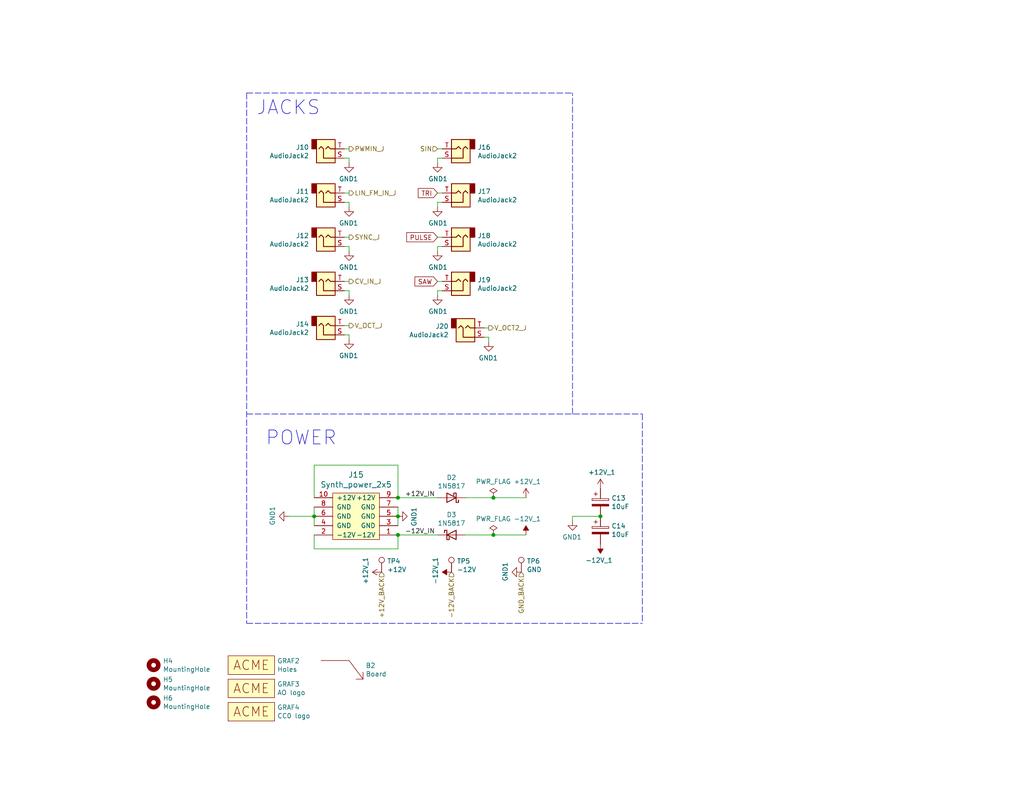
<source format=kicad_sch>
(kicad_sch (version 20211123) (generator eeschema)
  (paper "USLetter")
  (title_block (title "Hero VCO") (date "2021-11-16") (company "Rich Holmes / Analog Output") (comment 1 "or neighboring rights to this work. Published from United States.") (comment 2 "To the extent possible under law, Richard Holmes has waived all copyright and related ") (comment 3 "Partly based on designs by Kassutronics, Thomas Henry, and LMNC"))
  (lib_symbols
    (symbol "Connector:TestPoint" (pin_numbers hide) (pin_names (offset 0.762) hide)
      (property "Reference" "TP" (at 0 6.858 0))
      (property "Value" "TestPoint" (at 0 5.08 0))
      (symbol "TestPoint_0_1"
        (circle (center 0 3.302) (radius 0.762))
      )
      (symbol "TestPoint_1_1"
        (pin passive line (at 0 0 90) (length 2.54) (name "1") (number "1"))
      )
    )
    (symbol "ao_symbols:+12V_1" (power) (pin_names (offset 0))
      (property "Value" "+12V_1" (at 0 3.556 0))
      (symbol "+12V_1_0_1"
        (polyline (pts (xy -0.762 1.27) (xy 0 2.54)))
        (polyline (pts (xy 0 0) (xy 0 2.54)))
        (polyline (pts (xy 0 2.54) (xy 0.762 1.27)))
      )
      (symbol "+12V_1_1_1"
        (pin power_in line (at 0 0 90) (length 0) hide (name "+12V_1") (number "1"))
      )
    )
    (symbol "ao_symbols:-12V_1" (power) (pin_names (offset 0))
      (property "Value" "-12V_1" (at 0 3.81 0))
      (symbol "-12V_1_0_0"
        (pin power_in line (at 0 0 90) (length 0) hide (name "-12V_1") (number "1"))
      )
      (symbol "-12V_1_0_1"
        (polyline (pts (xy 0 0) (xy 0 1.27) (xy 0.762 1.27) (xy 0 2.54) (xy -0.762 1.27) (xy 0 1.27)) (fill (type outline)))
      )
    )
    (symbol "ao_symbols:1N5817" (pin_numbers hide) (pin_names (offset 1.016) hide)
      (property "Reference" "D" (at 0 2.54 0))
      (property "Value" "1N5817" (at 0 -2.54 0))
      (symbol "1N5817_0_1"
        (polyline (pts (xy 1.27 0) (xy -1.27 0)))
        (polyline (pts (xy 1.27 1.27) (xy 1.27 -1.27) (xy -1.27 0) (xy 1.27 1.27)) (stroke (width 0.254)))
        (polyline (pts (xy -1.905 0.635) (xy -1.905 1.27) (xy -1.27 1.27) (xy -1.27 -1.27) (xy -0.635 -1.27) (xy -0.635 -0.635)) (stroke (width 0.254)))
      )
      (symbol "1N5817_1_1"
        (pin passive line (at -3.81 0 0) (length 2.54) (name "K") (number "1"))
        (pin passive line (at 3.81 0 180) (length 2.54) (name "A") (number "2"))
      )
    )
    (symbol "ao_symbols:AudioJack2"
      (property "Reference" "J" (at 0 8.89 0))
      (property "Value" "AudioJack2" (at 0 6.35 0))
      (symbol "AudioJack2_0_1"
        (rectangle (start -3.81 0) (end -2.54 -2.54) (stroke (width 0.254)) (fill (type outline)))
        (rectangle (start -2.54 3.81) (end 2.54 -2.54) (stroke (width 0.254)) (fill (type background)))
        (polyline (pts (xy 0 0) (xy 0.635 -0.635) (xy 1.27 0) (xy 2.54 0)) (stroke (width 0.254)))
        (polyline (pts (xy 2.54 2.54) (xy -0.635 2.54) (xy -0.635 0) (xy -1.27 -0.635) (xy -1.905 0)) (stroke (width 0.254)))
      )
      (symbol "AudioJack2_1_1"
        (pin passive line (at 5.08 2.54 180) (length 2.54) (name "~") (number "S"))
        (pin passive line (at 5.08 0 180) (length 2.54) (name "~") (number "T"))
      )
    )
    (symbol "ao_symbols:Board" (pin_names (offset 1.016))
      (property "Reference" "B" (at 1.27 3.81 0))
      (property "Value" "Board" (at -3.175 3.81 0))
      (symbol "Board_0_1"
        (polyline (pts (xy 5.08 -2.54) (xy 3.175 -2.54)))
        (polyline (pts (xy -6.35 2.54) (xy 1.27 2.54) (xy 5.08 -2.54) (xy 5.08 -0.635)))
      )
    )
    (symbol "ao_symbols:CP" (pin_numbers hide) (pin_names (offset 0.254))
      (property "Reference" "C" (at 0.635 2.54 0))
      (property "Value" "CP" (at 0.635 -2.54 0))
      (symbol "CP_0_1"
        (rectangle (start -2.286 0.508) (end 2.286 1.016))
        (polyline (pts (xy -1.778 2.286) (xy -0.762 2.286)))
        (polyline (pts (xy -1.27 2.794) (xy -1.27 1.778)))
        (rectangle (start 2.286 -0.508) (end -2.286 -1.016) (fill (type outline)))
      )
      (symbol "CP_1_1"
        (pin passive line (at 0 3.81 270) (length 2.794) (name "~") (number "1"))
        (pin passive line (at 0 -3.81 90) (length 2.794) (name "~") (number "2"))
      )
    )
    (symbol "ao_symbols:Graphic" (pin_names (offset 1.016))
      (property "Reference" "GRAF" (at 0 -3.81 0))
      (property "Value" "Graphic" (at 0 3.81 0))
      (symbol "Graphic_0_0"
        (rectangle (start -6.35 2.54) (end 6.35 -2.54) (fill (type background)))
        (text "ACME" (at 0 0 0) (effects (font (size 2.54 2.54))))
      )
    )
    (symbol "ao_symbols:MountingHole" (pin_names (offset 1.016)) (in_bom no)
      (property "Reference" "H" (at 0 5.08 0))
      (property "Value" "MountingHole" (at 0 3.175 0))
      (symbol "MountingHole_0_1"
        (circle (center 0 0) (radius 1.27) (stroke (width 1.27)))
      )
    )
    (symbol "ao_symbols:Synth_power_2x5" (pin_names (offset 1.016))
      (property "Reference" "J" (at 0 -7.62 0))
      (property "Value" "Synth_power_2x5" (at 0 7.62 0))
      (symbol "Synth_power_2x5_0_1"
        (rectangle (start -6.35 6.35) (end 6.35 -6.35) (fill (type background)))
      )
      (symbol "Synth_power_2x5_1_1"
        (pin power_out line (at 11.43 -5.08 180) (length 5.08) (name "-12V") (number "1"))
        (pin passive line (at -11.43 5.08 0) (length 5.08) (name "+12V") (number "10"))
        (pin passive line (at -11.43 -5.08 0) (length 5.08) (name "-12V") (number "2"))
        (pin power_out line (at 11.43 -2.54 180) (length 5.08) (name "GND") (number "3"))
        (pin passive line (at -11.43 -2.54 0) (length 5.08) (name "GND") (number "4"))
        (pin passive line (at 11.43 0 180) (length 5.08) (name "GND") (number "5"))
        (pin passive line (at -11.43 0 0) (length 5.08) (name "GND") (number "6"))
        (pin passive line (at 11.43 2.54 180) (length 5.08) (name "GND") (number "7"))
        (pin passive line (at -11.43 2.54 0) (length 5.08) (name "GND") (number "8"))
        (pin power_out line (at 11.43 5.08 180) (length 5.08) (name "+12V") (number "9"))
      )
    )
    (symbol "power:GND1" (power) (pin_names (offset 0))
      (property "Value" "GND1" (at 0 -3.81 0))
      (symbol "GND1_0_1"
        (polyline (pts (xy 0 0) (xy 0 -1.27) (xy 1.27 -1.27) (xy 0 -2.54) (xy -1.27 -1.27) (xy 0 -1.27)))
      )
      (symbol "GND1_1_1"
        (pin power_in line (at 0 0 270) (length 0) hide (name "GND1") (number "1"))
      )
    )
    (symbol "power:PWR_FLAG" (power) (pin_numbers hide) (pin_names (offset 0) hide)
      (property "Value" "PWR_FLAG" (at 0 3.81 0))
      (symbol "PWR_FLAG_0_0"
        (pin power_out line (at 0 0 90) (length 0) (name "pwr") (number "1"))
      )
      (symbol "PWR_FLAG_0_1"
        (polyline (pts (xy 0 0) (xy 0 1.27) (xy -1.016 1.905) (xy 0 2.54) (xy 1.016 1.905) (xy 0 1.27)))
      )
    )
  )
  (junction (at 108.585 140.97))
  (junction (at 134.62 146.05))
  (junction (at 108.585 146.05))
  (junction (at 163.83 140.97))
  (junction (at 134.62 135.89))
  (junction (at 85.725 140.97))
  (junction (at 108.585 135.89))
  (wire (pts (xy 133.35 89.535) (xy 132.08 89.535)))
  (wire (pts (xy 95.25 52.705) (xy 93.98 52.705)))
  (wire (pts (xy 120.65 43.18) (xy 119.38 43.18)))
  (wire (pts (xy 108.585 135.89) (xy 119.38 135.89)))
  (wire (pts (xy 93.98 43.18) (xy 95.25 43.18)))
  (wire (pts (xy 108.585 146.05) (xy 119.38 146.05)))
  (wire (pts (xy 119.38 79.375) (xy 119.38 80.645)))
  (wire (pts (xy 108.585 140.97) (xy 108.585 143.51)))
  (polyline (pts (xy 156.21 113.03) (xy 156.21 25.4)))
  (wire (pts (xy 95.25 55.245) (xy 95.25 56.515)))
  (wire (pts (xy 108.585 127) (xy 108.585 135.89)))
  (wire (pts (xy 120.65 79.375) (xy 119.38 79.375)))
  (wire (pts (xy 134.62 135.89) (xy 143.51 135.89)))
  (wire (pts (xy 120.65 55.245) (xy 119.38 55.245)))
  (wire (pts (xy 95.25 91.44) (xy 95.25 92.71)))
  (wire (pts (xy 119.38 40.64) (xy 120.65 40.64)))
  (wire (pts (xy 95.25 40.64) (xy 93.98 40.64)))
  (polyline (pts (xy 67.31 25.4) (xy 156.21 25.4)))
  (wire (pts (xy 85.725 140.97) (xy 85.725 143.51)))
  (wire (pts (xy 85.725 149.86) (xy 108.585 149.86)))
  (wire (pts (xy 95.25 76.835) (xy 93.98 76.835)))
  (wire (pts (xy 119.38 55.245) (xy 119.38 56.515)))
  (wire (pts (xy 156.21 140.97) (xy 163.83 140.97)))
  (polyline (pts (xy 67.31 170.18) (xy 175.26 170.18)))
  (wire (pts (xy 95.25 79.375) (xy 95.25 80.645)))
  (wire (pts (xy 93.98 91.44) (xy 95.25 91.44)))
  (wire (pts (xy 95.25 88.9) (xy 93.98 88.9)))
  (wire (pts (xy 78.74 140.97) (xy 85.725 140.97)))
  (wire (pts (xy 127 135.89) (xy 134.62 135.89)))
  (wire (pts (xy 120.65 67.31) (xy 119.38 67.31)))
  (wire (pts (xy 119.38 52.705) (xy 120.65 52.705)))
  (wire (pts (xy 119.38 64.77) (xy 120.65 64.77)))
  (wire (pts (xy 134.62 146.05) (xy 143.51 146.05)))
  (wire (pts (xy 95.25 43.18) (xy 95.25 44.45)))
  (wire (pts (xy 132.08 92.075) (xy 133.35 92.075)))
  (wire (pts (xy 93.98 67.31) (xy 95.25 67.31)))
  (wire (pts (xy 95.25 67.31) (xy 95.25 68.58)))
  (wire (pts (xy 127 146.05) (xy 134.62 146.05)))
  (wire (pts (xy 95.25 64.77) (xy 93.98 64.77)))
  (wire (pts (xy 85.725 127) (xy 108.585 127)))
  (wire (pts (xy 93.98 79.375) (xy 95.25 79.375)))
  (wire (pts (xy 119.38 43.18) (xy 119.38 44.45)))
  (wire (pts (xy 93.98 55.245) (xy 95.25 55.245)))
  (wire (pts (xy 156.21 140.97) (xy 156.21 142.24)))
  (wire (pts (xy 85.725 135.89) (xy 85.725 127)))
  (polyline (pts (xy 67.31 25.4) (xy 67.31 170.18)))
  (wire (pts (xy 108.585 138.43) (xy 108.585 140.97)))
  (polyline (pts (xy 67.31 113.03) (xy 175.26 113.03)))
  (wire (pts (xy 108.585 149.86) (xy 108.585 146.05)))
  (wire (pts (xy 85.725 138.43) (xy 85.725 140.97)))
  (wire (pts (xy 119.38 67.31) (xy 119.38 68.58)))
  (wire (pts (xy 133.35 92.075) (xy 133.35 93.345)))
  (wire (pts (xy 85.725 146.05) (xy 85.725 149.86)))
  (polyline (pts (xy 175.26 113.03) (xy 175.26 170.18)))
  (wire (pts (xy 119.38 76.835) (xy 120.65 76.835)))
  (text "POWER" (at 72.39 121.92 0) (effects (font (size 3.81 3.81)) (justify left bottom)))
  (text "JACKS" (at 69.85 31.75 0) (effects (font (size 3.81 3.81)) (justify left bottom)))
  (label "+12V_IN" (at 110.49 135.89 0))
  (label "-12V_IN" (at 110.49 146.05 0))
  (global_label "TRI" (shape input) (at 119.38 52.705 180) (property "Intersheet References" "${INTERSHEET_REFS}" (effects hide)))
  (global_label "SAW" (shape input) (at 119.38 76.835 180) (property "Intersheet References" "${INTERSHEET_REFS}" (effects hide)))
  (global_label "PULSE" (shape input) (at 119.38 64.77 180) (property "Intersheet References" "${INTERSHEET_REFS}" (effects hide)))
  (hierarchical_label "-12V_BACK" (shape input) (at 123.19 156.21 270))
  (hierarchical_label "V_OCT_J" (shape output) (at 95.25 88.9 0))
  (hierarchical_label "LIN_FM_IN_J" (shape output) (at 95.25 52.705 0))
  (hierarchical_label "SIN" (shape input) (at 119.38 40.64 180))
  (hierarchical_label "GND_BACK" (shape input) (at 142.24 156.21 270))
  (hierarchical_label "PWMIN_J" (shape output) (at 95.25 40.64 0))
  (hierarchical_label "CV_IN_J" (shape output) (at 95.25 76.835 0))
  (hierarchical_label "SYNC_J" (shape output) (at 95.25 64.77 0))
  (hierarchical_label "+12V_BACK" (shape input) (at 104.14 156.21 270))
  (hierarchical_label "V_OCT2_J" (shape output) (at 133.35 89.535 0))
  (symbol (lib_id "ao_symbols:AudioJack2") (at 125.73 40.64 180) (unit 1)
    (property "Reference" "J16" (at 130.302 40.2082 0) (effects (justify right)))
    (property "Value" "AudioJack2" (at 130.302 42.5196 0) (effects (justify right)))
    (property "Footprint" "ao_tht:Jack_6.35mm_PJ_629HAN" (effects hide))
    (property "Vendor" "Tayda" (effects hide))
    (property "SKU" "A-1121" (effects hide))
  )
  (symbol (lib_id "power:GND1") (at 119.38 44.45 0) (unit 1)
    (property "Reference" "#PWR051" (effects hide))
    (property "Value" "GND1" (at 119.507 48.8442 0))
  )
  (symbol (lib_id "ao_symbols:AudioJack2") (at 125.73 52.705 180) (unit 1)
    (property "Reference" "J17" (at 130.302 52.2732 0) (effects (justify right)))
    (property "Value" "AudioJack2" (at 130.302 54.5846 0) (effects (justify right)))
    (property "Footprint" "ao_tht:Jack_6.35mm_PJ_629HAN" (effects hide))
    (property "Vendor" "Tayda" (effects hide))
    (property "SKU" "A-1121" (effects hide))
  )
  (symbol (lib_id "power:GND1") (at 119.38 56.515 0) (unit 1)
    (property "Reference" "#PWR052" (effects hide))
    (property "Value" "GND1" (at 119.507 60.9092 0))
  )
  (symbol (lib_id "ao_symbols:AudioJack2") (at 125.73 64.77 180) (unit 1)
    (property "Reference" "J18" (at 130.302 64.3382 0) (effects (justify right)))
    (property "Value" "AudioJack2" (at 130.302 66.6496 0) (effects (justify right)))
    (property "Footprint" "ao_tht:Jack_6.35mm_PJ_629HAN" (effects hide))
    (property "Vendor" "Tayda" (effects hide))
    (property "SKU" "A-1121" (effects hide))
  )
  (symbol (lib_id "power:GND1") (at 119.38 68.58 0) (unit 1)
    (property "Reference" "#PWR053" (effects hide))
    (property "Value" "GND1" (at 119.507 72.9742 0))
  )
  (symbol (lib_id "ao_symbols:AudioJack2") (at 125.73 76.835 180) (unit 1)
    (property "Reference" "J19" (at 130.302 76.4032 0) (effects (justify right)))
    (property "Value" "AudioJack2" (at 130.302 78.7146 0) (effects (justify right)))
    (property "Footprint" "ao_tht:Jack_6.35mm_PJ_629HAN" (effects hide))
    (property "Vendor" "Tayda" (effects hide))
    (property "SKU" "A-1121" (effects hide))
  )
  (symbol (lib_id "power:GND1") (at 119.38 80.645 0) (unit 1)
    (property "Reference" "#PWR054" (effects hide))
    (property "Value" "GND1" (at 119.507 85.0392 0))
  )
  (symbol (lib_id "ao_symbols:AudioJack2") (at 88.9 40.64 0) (mirror x) (unit 1)
    (property "Reference" "J10" (at 84.328 40.2082 0) (effects (justify right)))
    (property "Value" "AudioJack2" (at 84.328 42.5196 0) (effects (justify right)))
    (property "Footprint" "ao_tht:Jack_6.35mm_PJ_629HAN" (effects hide))
    (property "Vendor" "Tayda" (effects hide))
    (property "SKU" "A-1121" (effects hide))
  )
  (symbol (lib_id "power:GND1") (at 95.25 44.45 0) (mirror y) (unit 1)
    (property "Reference" "#PWR044" (effects hide))
    (property "Value" "GND1" (at 95.123 48.8442 0))
  )
  (symbol (lib_id "ao_symbols:AudioJack2") (at 88.9 52.705 0) (mirror x) (unit 1)
    (property "Reference" "J11" (at 84.328 52.2732 0) (effects (justify right)))
    (property "Value" "AudioJack2" (at 84.328 54.5846 0) (effects (justify right)))
    (property "Footprint" "ao_tht:Jack_6.35mm_PJ_629HAN" (effects hide))
    (property "Vendor" "Tayda" (effects hide))
    (property "SKU" "A-1121" (effects hide))
  )
  (symbol (lib_id "power:GND1") (at 95.25 56.515 0) (mirror y) (unit 1)
    (property "Reference" "#PWR045" (effects hide))
    (property "Value" "GND1" (at 95.123 60.9092 0))
  )
  (symbol (lib_id "ao_symbols:AudioJack2") (at 88.9 64.77 0) (mirror x) (unit 1)
    (property "Reference" "J12" (at 84.328 64.3382 0) (effects (justify right)))
    (property "Value" "AudioJack2" (at 84.328 66.6496 0) (effects (justify right)))
    (property "Footprint" "ao_tht:Jack_6.35mm_PJ_629HAN" (effects hide))
    (property "Vendor" "Tayda" (effects hide))
    (property "SKU" "A-1121" (effects hide))
  )
  (symbol (lib_id "power:GND1") (at 95.25 68.58 0) (mirror y) (unit 1)
    (property "Reference" "#PWR046" (effects hide))
    (property "Value" "GND1" (at 95.123 72.9742 0))
  )
  (symbol (lib_id "ao_symbols:AudioJack2") (at 88.9 76.835 0) (mirror x) (unit 1)
    (property "Reference" "J13" (at 84.328 76.4032 0) (effects (justify right)))
    (property "Value" "AudioJack2" (at 84.328 78.7146 0) (effects (justify right)))
    (property "Footprint" "ao_tht:Jack_6.35mm_PJ_629HAN" (effects hide))
    (property "Vendor" "Tayda" (effects hide))
    (property "SKU" "A-1121" (effects hide))
  )
  (symbol (lib_id "power:GND1") (at 95.25 80.645 0) (mirror y) (unit 1)
    (property "Reference" "#PWR047" (effects hide))
    (property "Value" "GND1" (at 95.123 85.0392 0))
  )
  (symbol (lib_id "ao_symbols:AudioJack2") (at 88.9 88.9 0) (mirror x) (unit 1)
    (property "Reference" "J14" (at 84.328 88.4682 0) (effects (justify right)))
    (property "Value" "AudioJack2" (at 84.328 90.7796 0) (effects (justify right)))
    (property "Footprint" "ao_tht:Jack_6.35mm_PJ_629HAN" (effects hide))
    (property "Vendor" "Tayda" (effects hide))
    (property "SKU" "A-1121" (effects hide))
  )
  (symbol (lib_id "power:GND1") (at 95.25 92.71 0) (mirror y) (unit 1)
    (property "Reference" "#PWR048" (effects hide))
    (property "Value" "GND1" (at 95.123 97.1042 0))
  )
  (symbol (lib_id "ao_symbols:CP") (at 163.83 137.16 0) (unit 1)
    (property "Reference" "C13" (at 166.8272 135.9916 0) (effects (justify left)))
    (property "Value" "10uF" (at 166.8272 138.303 0) (effects (justify left)))
    (property "Footprint" "ao_tht:CP_Radial_D6.3mm_P2.50mm" (effects hide))
    (property "Vendor" "Tayda" (effects hide))
  )
  (symbol (lib_id "ao_symbols:CP") (at 163.83 144.78 0) (unit 1)
    (property "Reference" "C14" (at 166.8272 143.6116 0) (effects (justify left)))
    (property "Value" "10uF" (at 166.8272 145.923 0) (effects (justify left)))
    (property "Footprint" "ao_tht:CP_Radial_D6.3mm_P2.50mm" (effects hide))
    (property "Vendor" "Tayda" (effects hide))
  )
  (symbol (lib_id "power:PWR_FLAG") (at 134.62 135.89 0) (unit 1)
    (property "Reference" "#FLG04" (effects hide))
    (property "Value" "PWR_FLAG" (at 134.62 131.4958 0))
  )
  (symbol (lib_id "power:PWR_FLAG") (at 134.62 146.05 0) (unit 1)
    (property "Reference" "#FLG05" (effects hide))
    (property "Value" "PWR_FLAG" (at 134.62 141.6558 0))
  )
  (symbol (lib_id "ao_symbols:Synth_power_2x5") (at 97.155 140.97 0) (unit 1)
    (property "Reference" "J15" (at 97.155 129.6162 0) (effects (font (size 1.524 1.524))))
    (property "Value" "Synth_power_2x5" (at 97.155 132.3086 0) (effects (font (size 1.524 1.524))))
    (property "Footprint" "ao_tht:Power_Header" (effects hide))
    (property "Vendor" "Tayda" (effects hide))
    (property "SKU" "A-2939" (effects hide))
  )
  (symbol (lib_id "ao_symbols:1N5817") (at 123.19 146.05 0) (unit 1)
    (property "Reference" "D3" (at 123.19 140.5382 0))
    (property "Value" "1N5817" (at 123.19 142.8496 0))
    (property "Footprint" "ao_tht:D_DO-41_SOD81_P10.16mm_Horizontal" (effects hide))
    (property "Datasheet" "http://www.vishay.com/docs/88525/1n5817.pdf" (effects hide))
    (property "Vendor" "Tayda" (effects hide))
    (property "SKU" "A-159" (effects hide))
  )
  (symbol (lib_id "ao_symbols:1N5817") (at 123.19 135.89 180) (unit 1)
    (property "Reference" "D2" (at 123.19 130.3782 0))
    (property "Value" "1N5817" (at 123.19 132.6896 0))
    (property "Footprint" "ao_tht:D_DO-41_SOD81_P10.16mm_Horizontal" (effects hide))
    (property "Datasheet" "http://www.vishay.com/docs/88525/1n5817.pdf" (effects hide))
    (property "Vendor" "Tayda" (effects hide))
    (property "SKU" "A-159" (effects hide))
  )
  (symbol (lib_id "ao_symbols:AudioJack2") (at 127 89.535 0) (mirror x) (unit 1)
    (property "Reference" "J20" (at 122.428 89.1032 0) (effects (justify right)))
    (property "Value" "AudioJack2" (at 122.428 91.4146 0) (effects (justify right)))
    (property "Footprint" "ao_tht:Jack_6.35mm_PJ_629HAN" (effects hide))
    (property "Vendor" "Tayda" (effects hide))
    (property "SKU" "A-1121" (effects hide))
  )
  (symbol (lib_id "power:GND1") (at 133.35 93.345 0) (mirror y) (unit 1)
    (property "Reference" "#PWR056" (effects hide))
    (property "Value" "GND1" (at 133.223 97.7392 0))
  )
  (symbol (lib_id "ao_symbols:MountingHole") (at 41.91 191.77 0) (unit 1)
    (property "Reference" "H6" (at 44.45 190.6016 0) (effects (justify left)))
    (property "Value" "MountingHole" (at 44.45 192.913 0) (effects (justify left)))
    (property "Footprint" "ao_tht:MountingHole_3.2mm_M3" (effects hide))
    (property "Config" "DNF" (effects hide))
  )
  (symbol (lib_id "ao_symbols:MountingHole") (at 41.91 186.69 0) (unit 1)
    (property "Reference" "H5" (at 44.45 185.5216 0) (effects (justify left)))
    (property "Value" "MountingHole" (at 44.45 187.833 0) (effects (justify left)))
    (property "Footprint" "ao_tht:MountingHole_3.2mm_M3" (effects hide))
    (property "Config" "DNF" (effects hide))
  )
  (symbol (lib_id "ao_symbols:MountingHole") (at 41.91 181.61 0) (unit 1)
    (property "Reference" "H4" (at 44.45 180.4416 0) (effects (justify left)))
    (property "Value" "MountingHole" (at 44.45 182.753 0) (effects (justify left)))
    (property "Footprint" "ao_tht:MountingHole_3.2mm_M3" (effects hide))
    (property "Config" "DNF" (effects hide))
  )
  (symbol (lib_id "ao_symbols:Graphic") (at 68.58 181.61 0) (unit 1)
    (property "Reference" "GRAF2" (at 75.6412 180.4416 0) (effects (justify left)))
    (property "Value" "Holes" (at 75.6412 182.753 0) (effects (justify left)))
    (property "Footprint" "herovco_panel:herovco_panel_holes" (effects hide))
    (property "Config" "DNF" (effects hide))
  )
  (symbol (lib_id "power:GND1") (at 78.74 140.97 270) (mirror x) (unit 1)
    (property "Reference" "#PWR043" (effects hide))
    (property "Value" "GND1" (at 74.3458 140.843 0))
  )
  (symbol (lib_id "power:GND1") (at 108.585 140.97 90) (mirror x) (unit 1)
    (property "Reference" "#PWR050" (effects hide))
    (property "Value" "GND1" (at 112.9792 141.097 0))
  )
  (symbol (lib_id "power:GND1") (at 156.21 142.24 0) (mirror y) (unit 1)
    (property "Reference" "#PWR060" (effects hide))
    (property "Value" "GND1" (at 156.083 146.6342 0))
  )
  (symbol (lib_id "ao_symbols:+12V_1") (at 143.51 135.89 0) (unit 1)
    (property "Reference" "#PWR058" (effects hide))
    (property "Value" "+12V_1" (at 143.891 131.4958 0))
  )
  (symbol (lib_id "ao_symbols:+12V_1") (at 163.83 133.35 0) (unit 1)
    (property "Reference" "#PWR061" (effects hide))
    (property "Value" "+12V_1" (at 164.211 128.9558 0))
  )
  (symbol (lib_id "ao_symbols:-12V_1") (at 143.51 146.05 0) (unit 1)
    (property "Reference" "#PWR059" (effects hide))
    (property "Value" "-12V_1" (at 143.891 141.6558 0))
  )
  (symbol (lib_id "ao_symbols:-12V_1") (at 163.83 148.59 180) (unit 1)
    (property "Reference" "#PWR062" (effects hide))
    (property "Value" "-12V_1" (at 163.449 152.9842 0))
  )
  (symbol (lib_id "ao_symbols:Graphic") (at 68.58 187.96 0) (unit 1)
    (property "Reference" "GRAF3" (at 75.6412 186.7916 0) (effects (justify left)))
    (property "Value" "AO logo" (at 75.6412 189.103 0) (effects (justify left)))
    (property "Footprint" "ao_tht:analogoutput" (effects hide))
    (property "Config" "DNF" (effects hide))
  )
  (symbol (lib_id "ao_symbols:Graphic") (at 68.58 194.31 0) (unit 1)
    (property "Reference" "GRAF4" (at 75.6412 193.1416 0) (effects (justify left)))
    (property "Value" "CC0 logo" (at 75.6412 195.453 0) (effects (justify left)))
    (property "Footprint" "ao_tht:CC0_logo" (effects hide))
    (property "Config" "DNF" (effects hide))
  )
  (symbol (lib_id "Connector:TestPoint") (at 104.14 156.21 0) (unit 1)
    (property "Reference" "TP4" (at 105.6132 153.2128 0) (effects (justify left)))
    (property "Value" "+12V" (at 105.6132 155.5242 0) (effects (justify left)))
    (property "Footprint" "ao_tht:TestPoint_THTPad_D1.5mm_Drill0.7mm" (effects hide))
  )
  (symbol (lib_id "Connector:TestPoint") (at 123.19 156.21 0) (unit 1)
    (property "Reference" "TP5" (at 124.6632 153.2128 0) (effects (justify left)))
    (property "Value" "-12V" (at 124.6632 155.5242 0) (effects (justify left)))
    (property "Footprint" "ao_tht:TestPoint_THTPad_D1.5mm_Drill0.7mm" (effects hide))
  )
  (symbol (lib_id "Connector:TestPoint") (at 142.24 156.21 0) (unit 1)
    (property "Reference" "TP6" (at 143.7132 153.2128 0) (effects (justify left)))
    (property "Value" "GND" (at 143.7132 155.5242 0) (effects (justify left)))
    (property "Footprint" "ao_tht:TestPoint_THTPad_1.5x1.5mm_Drill0.7mm" (effects hide))
  )
  (symbol (lib_id "ao_symbols:+12V_1") (at 104.14 156.21 90) (unit 1)
    (property "Reference" "#PWR049" (effects hide))
    (property "Value" "+12V_1" (at 99.7458 155.829 0))
  )
  (symbol (lib_id "ao_symbols:-12V_1") (at 123.19 156.21 90) (unit 1)
    (property "Reference" "#PWR055" (effects hide))
    (property "Value" "-12V_1" (at 118.7958 155.829 0))
  )
  (symbol (lib_id "power:GND1") (at 142.24 156.21 270) (mirror x) (unit 1)
    (property "Reference" "#PWR057" (effects hide))
    (property "Value" "GND1" (at 137.8458 156.083 0))
  )
  (symbol (lib_id "ao_symbols:Board") (at 93.98 182.88 0) (unit 1)
    (property "Reference" "B2" (at 99.7712 181.7116 0) (effects (justify left)))
    (property "Value" "Board" (at 99.7712 184.023 0) (effects (justify left)))
    (property "Footprint" "ao_tht:Board_Marker" (effects hide))
    (property "Config" "DNF" (effects hide))
  )
)
</source>
